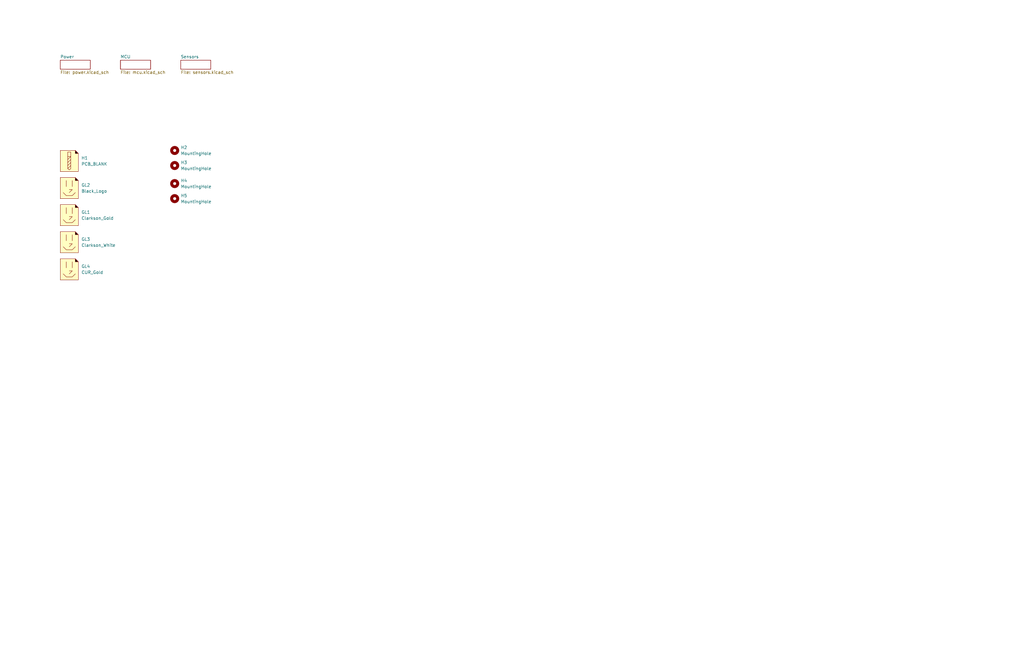
<source format=kicad_sch>
(kicad_sch (version 20231120) (generator "eeschema") (generator_version "8.0")
  (paper "B")
  (title_block (title "Airbrakes PCB - Veðrfölnir ") (date "2025-02-18") (rev "v2025.01A") (company "Clarkson University Rocketry"))
  (lib_symbols
    (symbol "0_airbrake_symbols:Black_Logo"
      (property "Reference" "GL" (at -0.254 1.524 0))
      (property "Value" "Black_Logo" (at 0 0 0))
      (symbol "Black_Logo_1_1"
        (polyline (pts (xy -1.27 -2.54) (xy -1.27 -5.08)) (fill (type outline)))
        (polyline (pts (xy 1.27 -2.54) (xy 1.27 -5.08)))
        (polyline (pts (xy 0 -6.35) (xy 1.27 -6.35) (xy 0 -7.62)))
        (polyline (pts (xy -2.54 -7.62) (xy -1.27 -8.89) (xy 1.27 -8.89) (xy 2.54 -7.62)))
        (polyline (pts (xy 2.54 -1.27) (xy 3.81 -2.54) (xy 2.54 -2.54) (xy 2.54 -1.27)) (fill (type color) (color 0 0 0 1)))
        (polyline (pts (xy -3.81 -1.27) (xy 2.54 -1.27) (xy 3.81 -2.54) (xy 3.81 -10.16) (xy -3.81 -10.16) (xy -3.81 -1.27)) (fill (type background)))
      )
    )
    (symbol "0_airbrake_symbols:CUR_Gold"
      (property "Reference" "GL" (at 0 1.778 0))
      (property "Value" "CUR_Gold" (at 0 0 0))
      (symbol "CUR_Gold_1_1"
        (polyline (pts (xy -1.27 -2.54) (xy -1.27 -5.08)) (fill (type outline)))
        (polyline (pts (xy 1.27 -2.54) (xy 1.27 -5.08)))
        (polyline (pts (xy 0 -6.35) (xy 1.27 -6.35) (xy 0 -7.62)))
        (polyline (pts (xy -2.54 -7.62) (xy -1.27 -8.89) (xy 1.27 -8.89) (xy 2.54 -7.62)))
        (polyline (pts (xy 2.54 -1.27) (xy 3.81 -2.54) (xy 2.54 -2.54) (xy 2.54 -1.27)) (fill (type color) (color 0 0 0 1)))
        (polyline (pts (xy -3.81 -1.27) (xy 2.54 -1.27) (xy 3.81 -2.54) (xy 3.81 -10.16) (xy -3.81 -10.16) (xy -3.81 -1.27)) (fill (type background)))
      )
    )
    (symbol "0_airbrake_symbols:Clarkson_Gold"
      (property "Reference" "GL" (at -0.254 1.778 0))
      (property "Value" "Clarkson_Gold" (at 0 0 0))
      (symbol "Clarkson_Gold_1_1"
        (polyline (pts (xy -1.27 -2.54) (xy -1.27 -5.08)) (fill (type outline)))
        (polyline (pts (xy 1.27 -2.54) (xy 1.27 -5.08)))
        (polyline (pts (xy 0 -6.35) (xy 1.27 -6.35) (xy 0 -7.62)))
        (polyline (pts (xy -2.54 -7.62) (xy -1.27 -8.89) (xy 1.27 -8.89) (xy 2.54 -7.62)))
        (polyline (pts (xy 2.54 -1.27) (xy 3.81 -2.54) (xy 2.54 -2.54) (xy 2.54 -1.27)) (fill (type color) (color 0 0 0 1)))
        (polyline (pts (xy -3.81 -1.27) (xy 2.54 -1.27) (xy 3.81 -2.54) (xy 3.81 -10.16) (xy -3.81 -10.16) (xy -3.81 -1.27)) (fill (type background)))
      )
    )
    (symbol "0_airbrake_symbols:Clarkson_White"
      (property "Reference" "GL" (at 0 1.524 0))
      (property "Value" "Clarkson_White" (at 0 0 0))
      (symbol "Clarkson_White_1_1"
        (polyline (pts (xy -1.27 -2.54) (xy -1.27 -5.08)) (fill (type outline)))
        (polyline (pts (xy 1.27 -2.54) (xy 1.27 -5.08)))
        (polyline (pts (xy 0 -6.35) (xy 1.27 -6.35) (xy 0 -7.62)))
        (polyline (pts (xy -2.54 -7.62) (xy -1.27 -8.89) (xy 1.27 -8.89) (xy 2.54 -7.62)))
        (polyline (pts (xy 2.54 -1.27) (xy 3.81 -2.54) (xy 2.54 -2.54) (xy 2.54 -1.27)) (fill (type color) (color 0 0 0 1)))
        (polyline (pts (xy -3.81 -1.27) (xy 2.54 -1.27) (xy 3.81 -2.54) (xy 3.81 -10.16) (xy -3.81 -10.16) (xy -3.81 -1.27)) (fill (type background)))
      )
    )
    (symbol "0_airbrake_symbols:PCB_BLANK"
      (property "Reference" "H" (at 0 0 0))
      (property "Value" "PCB_BLANK" (at 0 0 0))
      (symbol "PCB_BLANK_0_1"
        (polyline (pts (xy -0.635 -8.89) (xy 0.635 -7.62)))
        (polyline (pts (xy -0.635 -7.62) (xy 0.635 -6.35)))
        (polyline (pts (xy 0.635 -6.35) (xy 0.635 -6.35)))
        (polyline (pts (xy 0.635 -5.08) (xy -0.635 -6.35)))
        (polyline (pts (xy -0.635 -3.81) (xy 0.635 -3.81) (xy -0.635 -5.08)))
        (polyline (pts (xy -0.635 -1.905) (xy 0.635 -1.905) (xy 0.635 -8.255) (xy 0.635 -8.89) (xy 0 -9.525) (xy -0.635 -8.89) (xy -0.635 -1.905)))
      )
      (symbol "PCB_BLANK_1_1"
        (polyline (pts (xy 2.54 -1.27) (xy 3.81 -2.54) (xy 2.54 -2.54) (xy 2.54 -1.27)) (fill (type color) (color 0 0 0 1)))
        (polyline (pts (xy -3.81 -1.27) (xy 2.54 -1.27) (xy 3.81 -2.54) (xy 3.81 -10.16) (xy -3.81 -10.16) (xy -3.81 -1.27)) (fill (type background)))
      )
    )
    (symbol "Mechanical:MountingHole" (pin_names (offset 1.016)) (exclude_from_sim yes) (in_bom no)
      (property "Reference" "H" (at 0 5.08 0))
      (property "Value" "MountingHole" (at 0 3.175 0))
      (symbol "MountingHole_0_1"
        (circle (center 0 0) (radius 1.27) (stroke (width 1.27)))
      )
    )
  )
  (symbol (lib_id "Mechanical:MountingHole") (at 73.66 83.82 0) (unit 1) (exclude_from_sim yes) (in_bom no)
    (property "Reference" "H5" (at 76.2 82.5499 0) (effects (justify left)))
    (property "Value" "MountingHole" (at 76.2 85.0899 0) (effects (justify left)))
    (property "Footprint" "MountingHole:MountingHole_3.2mm_M3" (effects (hide yes)))
    (property "Description" "Mounting Hole without connection" (effects (hide yes)))
  )
  (symbol (lib_id "0_airbrake_symbols:Clarkson_Gold") (at 29.21 85.09 0) (unit 1)
    (property "Reference" "GL1" (at 34.29 89.5349 0) (effects (justify left)))
    (property "Value" "Clarkson_Gold" (at 34.29 92.0749 0) (effects (justify left)))
    (property "Footprint" "0_airbrake_footprints:clarkson_gold_soldermask" (effects (hide yes)))
  )
  (symbol (lib_id "0_airbrake_symbols:PCB_BLANK") (at 29.21 62.23 0) (unit 1)
    (property "Reference" "H1" (at 34.29 66.6749 0) (effects (justify left)))
    (property "Value" "PCB_BLANK" (at 34.29 69.2149 0) (effects (justify left)))
    (property "Footprint" "0_airbrake_footprints:Airbrakes_Blank" (effects (hide yes)))
  )
  (symbol (lib_id "0_airbrake_symbols:CUR_Gold") (at 29.21 107.95 0) (unit 1)
    (property "Reference" "GL4" (at 34.29 112.3949 0) (effects (justify left)))
    (property "Value" "CUR_Gold" (at 34.29 114.9349 0) (effects (justify left)))
    (property "Footprint" "0_airbrake_footprints:cur_gold_40mm" (effects (hide yes)))
  )
  (symbol (lib_id "Mechanical:MountingHole") (at 73.66 63.5 0) (unit 1) (exclude_from_sim yes) (in_bom no)
    (property "Reference" "H2" (at 76.2 62.2299 0) (effects (justify left)))
    (property "Value" "MountingHole" (at 76.2 64.7699 0) (effects (justify left)))
    (property "Footprint" "MountingHole:MountingHole_3.2mm_M3" (effects (hide yes)))
    (property "Description" "Mounting Hole without connection" (effects (hide yes)))
  )
  (symbol (lib_id "0_airbrake_symbols:Clarkson_White") (at 29.21 96.52 0) (unit 1)
    (property "Reference" "GL3" (at 34.29 100.9649 0) (effects (justify left)))
    (property "Value" "Clarkson_White" (at 34.29 103.5049 0) (effects (justify left)))
    (property "Footprint" "0_airbrake_footprints:clarkson_white_ss" (effects (hide yes)))
  )
  (symbol (lib_id "0_airbrake_symbols:Black_Logo") (at 29.21 73.66 0) (unit 1)
    (property "Reference" "GL2" (at 34.29 78.1049 0) (effects (justify left)))
    (property "Value" "Black_Logo" (at 34.29 80.6449 0) (effects (justify left)))
    (property "Footprint" "0_airbrake_footprints:black_logo" (effects (hide yes)))
  )
  (symbol (lib_id "Mechanical:MountingHole") (at 73.66 69.85 0) (unit 1) (exclude_from_sim yes) (in_bom no)
    (property "Reference" "H3" (at 76.2 68.5799 0) (effects (justify left)))
    (property "Value" "MountingHole" (at 76.2 71.1199 0) (effects (justify left)))
    (property "Footprint" "MountingHole:MountingHole_3.2mm_M3" (effects (hide yes)))
    (property "Description" "Mounting Hole without connection" (effects (hide yes)))
  )
  (symbol (lib_id "Mechanical:MountingHole") (at 73.66 77.47 0) (unit 1) (exclude_from_sim yes) (in_bom no)
    (property "Reference" "H4" (at 76.2 76.1999 0) (effects (justify left)))
    (property "Value" "MountingHole" (at 76.2 78.7399 0) (effects (justify left)))
    (property "Footprint" "MountingHole:MountingHole_3.2mm_M3" (effects (hide yes)))
    (property "Description" "Mounting Hole without connection" (effects (hide yes)))
  )
  (sheet (at 50.8 25.4) (size 12.7 3.81) (stroke (width 0.1524))
    (property "Sheetname" "MCU" (at 50.8 24.6884 0) (effects (justify left bottom)))
    (property "Sheetfile" "mcu.kicad_sch" (at 50.8 29.7946 0) (effects (justify left top)))
  )
  (sheet (at 76.2 25.4) (size 12.7 3.81) (stroke (width 0.1524))
    (property "Sheetname" "Sensors" (at 76.2 24.6884 0) (effects (justify left bottom)))
    (property "Sheetfile" "sensors.kicad_sch" (at 76.2 29.7946 0) (effects (justify left top)))
  )
  (sheet (at 25.4 25.4) (size 12.7 3.81) (stroke (width 0.1524))
    (property "Sheetname" "Power" (at 25.4 24.6884 0) (effects (justify left bottom)))
    (property "Sheetfile" "power.kicad_sch" (at 25.4 29.7946 0) (effects (justify left top)))
  )
)
</source>
